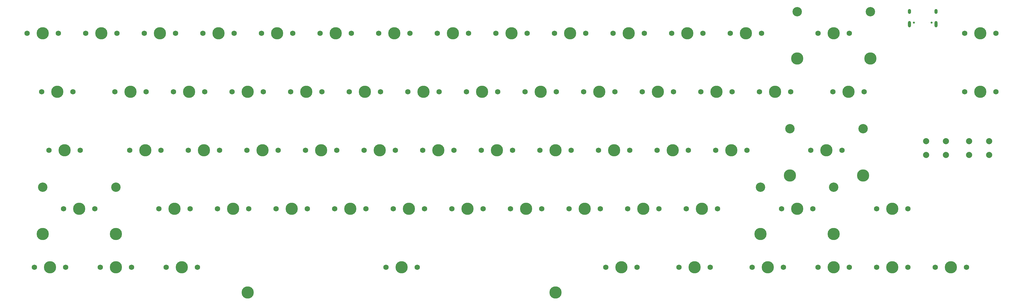
<source format=gbr>
%TF.GenerationSoftware,KiCad,Pcbnew,8.0.2*%
%TF.CreationDate,2024-06-13T00:17:43-07:00*%
%TF.ProjectId,keyboard_pcb,6b657962-6f61-4726-945f-7063622e6b69,1.0*%
%TF.SameCoordinates,Original*%
%TF.FileFunction,Soldermask,Top*%
%TF.FilePolarity,Negative*%
%FSLAX46Y46*%
G04 Gerber Fmt 4.6, Leading zero omitted, Abs format (unit mm)*
G04 Created by KiCad (PCBNEW 8.0.2) date 2024-06-13 00:17:43*
%MOMM*%
%LPD*%
G01*
G04 APERTURE LIST*
%ADD10C,1.750000*%
%ADD11C,3.987800*%
%ADD12C,3.048000*%
%ADD13C,2.000000*%
%ADD14C,0.650000*%
%ADD15O,1.000000X1.600000*%
%ADD16O,1.000000X2.100000*%
G04 APERTURE END LIST*
D10*
%TO.C,MX11*%
X242623965Y-96897866D03*
D11*
X247703965Y-96897866D03*
D10*
X252783965Y-96897866D03*
%TD*%
%TO.C,MX18*%
X99748965Y-115947866D03*
D11*
X104828965Y-115947866D03*
D10*
X109908965Y-115947866D03*
%TD*%
%TO.C,MX8*%
X185473965Y-96897866D03*
D11*
X190553965Y-96897866D03*
D10*
X195633965Y-96897866D03*
%TD*%
%TO.C,MX65*%
X328348965Y-173097866D03*
D11*
X333428965Y-173097866D03*
D10*
X338508965Y-173097866D03*
%TD*%
D12*
%TO.C,S1*%
X302472715Y-89912866D03*
D11*
X302472715Y-105152866D03*
D12*
X326285215Y-89912866D03*
D11*
X326285215Y-105152866D03*
%TD*%
D10*
%TO.C,MX29*%
X314061465Y-115947866D03*
D11*
X319141465Y-115947866D03*
D10*
X324221465Y-115947866D03*
%TD*%
%TO.C,MX14*%
X309298965Y-96897866D03*
D11*
X314378965Y-96897866D03*
D10*
X319458965Y-96897866D03*
%TD*%
%TO.C,MX43*%
X306917715Y-134997866D03*
D11*
X311997715Y-134997866D03*
D10*
X317077715Y-134997866D03*
%TD*%
%TO.C,MX48*%
X152136465Y-154047866D03*
D11*
X157216465Y-154047866D03*
D10*
X162296465Y-154047866D03*
%TD*%
D12*
%TO.C,S4*%
X290566465Y-147062866D03*
D11*
X290566465Y-162302866D03*
D12*
X314378965Y-147062866D03*
D11*
X314378965Y-162302866D03*
%TD*%
D10*
%TO.C,MX15*%
X356923965Y-96897866D03*
D11*
X362003965Y-96897866D03*
D10*
X367083965Y-96897866D03*
%TD*%
%TO.C,MX49*%
X171186465Y-154047866D03*
D11*
X176266465Y-154047866D03*
D10*
X181346465Y-154047866D03*
%TD*%
%TO.C,MX59*%
X97367715Y-173097866D03*
D11*
X102447715Y-173097866D03*
D10*
X107527715Y-173097866D03*
%TD*%
%TO.C,MX3*%
X90223965Y-96897866D03*
D11*
X95303965Y-96897866D03*
D10*
X100383965Y-96897866D03*
%TD*%
D11*
%TO.C,S5*%
X123878965Y-181352866D03*
X223891465Y-181352866D03*
%TD*%
D10*
%TO.C,MX55*%
X297392715Y-154047866D03*
D11*
X302472715Y-154047866D03*
D10*
X307552715Y-154047866D03*
%TD*%
%TO.C,MX27*%
X271198965Y-115947866D03*
D11*
X276278965Y-115947866D03*
D10*
X281358965Y-115947866D03*
%TD*%
%TO.C,MX50*%
X190236465Y-154047866D03*
D11*
X195316465Y-154047866D03*
D10*
X200396465Y-154047866D03*
%TD*%
%TO.C,MX25*%
X233098965Y-115947866D03*
D11*
X238178965Y-115947866D03*
D10*
X243258965Y-115947866D03*
%TD*%
%TO.C,MX7*%
X166423965Y-96897866D03*
D11*
X171503965Y-96897866D03*
D10*
X176583965Y-96897866D03*
%TD*%
%TO.C,MX61*%
X240242715Y-173097866D03*
D11*
X245322715Y-173097866D03*
D10*
X250402715Y-173097866D03*
%TD*%
%TO.C,MX36*%
X161661465Y-134997866D03*
D11*
X166741465Y-134997866D03*
D10*
X171821465Y-134997866D03*
%TD*%
%TO.C,MX1*%
X52123965Y-96897866D03*
D11*
X57203965Y-96897866D03*
D10*
X62283965Y-96897866D03*
%TD*%
%TO.C,MX35*%
X142611465Y-134997866D03*
D11*
X147691465Y-134997866D03*
D10*
X152771465Y-134997866D03*
%TD*%
%TO.C,MX52*%
X228336465Y-154047866D03*
D11*
X233416465Y-154047866D03*
D10*
X238496465Y-154047866D03*
%TD*%
D12*
%TO.C,S2*%
X300091465Y-128012866D03*
D11*
X300091465Y-143252866D03*
D12*
X323903965Y-128012866D03*
D11*
X323903965Y-143252866D03*
%TD*%
D10*
%TO.C,MX20*%
X137848965Y-115947866D03*
D11*
X142928965Y-115947866D03*
D10*
X148008965Y-115947866D03*
%TD*%
%TO.C,MX31*%
X59267715Y-134997866D03*
D11*
X64347715Y-134997866D03*
D10*
X69427715Y-134997866D03*
%TD*%
%TO.C,MX4*%
X109273965Y-96897866D03*
D11*
X114353965Y-96897866D03*
D10*
X119433965Y-96897866D03*
%TD*%
%TO.C,MX19*%
X118798965Y-115947866D03*
D11*
X123878965Y-115947866D03*
D10*
X128958965Y-115947866D03*
%TD*%
%TO.C,MX34*%
X123561465Y-134997866D03*
D11*
X128641465Y-134997866D03*
D10*
X133721465Y-134997866D03*
%TD*%
%TO.C,MX46*%
X114036465Y-154047866D03*
D11*
X119116465Y-154047866D03*
D10*
X124196465Y-154047866D03*
%TD*%
%TO.C,MX53*%
X247386465Y-154047866D03*
D11*
X252466465Y-154047866D03*
D10*
X257546465Y-154047866D03*
%TD*%
%TO.C,MX16*%
X56886465Y-115947866D03*
D11*
X61966465Y-115947866D03*
D10*
X67046465Y-115947866D03*
%TD*%
%TO.C,MX38*%
X199761465Y-134997866D03*
D11*
X204841465Y-134997866D03*
D10*
X209921465Y-134997866D03*
%TD*%
%TO.C,MX64*%
X309298965Y-173097866D03*
D11*
X314378965Y-173097866D03*
D10*
X319458965Y-173097866D03*
%TD*%
%TO.C,MX41*%
X256911465Y-134997866D03*
D11*
X261991465Y-134997866D03*
D10*
X267071465Y-134997866D03*
%TD*%
%TO.C,MX21*%
X156898965Y-115947866D03*
D11*
X161978965Y-115947866D03*
D10*
X167058965Y-115947866D03*
%TD*%
%TO.C,MX56*%
X328348965Y-154047866D03*
D11*
X333428965Y-154047866D03*
D10*
X338508965Y-154047866D03*
%TD*%
%TO.C,MX23*%
X194998965Y-115947866D03*
D11*
X200078965Y-115947866D03*
D10*
X205158965Y-115947866D03*
%TD*%
%TO.C,MX51*%
X209286465Y-154047866D03*
D11*
X214366465Y-154047866D03*
D10*
X219446465Y-154047866D03*
%TD*%
%TO.C,MX58*%
X75936465Y-173097866D03*
D11*
X81016465Y-173097866D03*
D10*
X86096465Y-173097866D03*
%TD*%
%TO.C,MX40*%
X237861465Y-134997866D03*
D11*
X242941465Y-134997866D03*
D10*
X248021465Y-134997866D03*
%TD*%
%TO.C,MX32*%
X85461465Y-134997866D03*
D11*
X90541465Y-134997866D03*
D10*
X95621465Y-134997866D03*
%TD*%
%TO.C,MX5*%
X128323965Y-96897866D03*
D11*
X133403965Y-96897866D03*
D10*
X138483965Y-96897866D03*
%TD*%
%TO.C,MX10*%
X223573965Y-96897866D03*
D11*
X228653965Y-96897866D03*
D10*
X233733965Y-96897866D03*
%TD*%
%TO.C,MX66*%
X347398965Y-173097866D03*
D11*
X352478965Y-173097866D03*
D10*
X357558965Y-173097866D03*
%TD*%
%TO.C,MX33*%
X104511465Y-134997866D03*
D11*
X109591465Y-134997866D03*
D10*
X114671465Y-134997866D03*
%TD*%
%TO.C,MX44*%
X64030215Y-154047866D03*
D11*
X69110215Y-154047866D03*
D10*
X74190215Y-154047866D03*
%TD*%
%TO.C,MX30*%
X356923965Y-115947866D03*
D11*
X362003965Y-115947866D03*
D10*
X367083965Y-115947866D03*
%TD*%
%TO.C,MX12*%
X261673965Y-96897866D03*
D11*
X266753965Y-96897866D03*
D10*
X271833965Y-96897866D03*
%TD*%
D12*
%TO.C,S3*%
X57203965Y-147062866D03*
D11*
X57203965Y-162302866D03*
D12*
X81016465Y-147062866D03*
D11*
X81016465Y-162302866D03*
%TD*%
D10*
%TO.C,MX63*%
X287867715Y-173097866D03*
D11*
X292947715Y-173097866D03*
D10*
X298027715Y-173097866D03*
%TD*%
%TO.C,MX6*%
X147373965Y-96897866D03*
D11*
X152453965Y-96897866D03*
D10*
X157533965Y-96897866D03*
%TD*%
%TO.C,MX17*%
X80698965Y-115947866D03*
D11*
X85778965Y-115947866D03*
D10*
X90858965Y-115947866D03*
%TD*%
%TO.C,MX54*%
X266436465Y-154047866D03*
D11*
X271516465Y-154047866D03*
D10*
X276596465Y-154047866D03*
%TD*%
%TO.C,MX26*%
X252148965Y-115947866D03*
D11*
X257228965Y-115947866D03*
D10*
X262308965Y-115947866D03*
%TD*%
%TO.C,MX22*%
X175948965Y-115947866D03*
D11*
X181028965Y-115947866D03*
D10*
X186108965Y-115947866D03*
%TD*%
%TO.C,MX47*%
X133086465Y-154047866D03*
D11*
X138166465Y-154047866D03*
D10*
X143246465Y-154047866D03*
%TD*%
%TO.C,MX13*%
X280723965Y-96897866D03*
D11*
X285803965Y-96897866D03*
D10*
X290883965Y-96897866D03*
%TD*%
%TO.C,MX62*%
X264055215Y-173097866D03*
D11*
X269135215Y-173097866D03*
D10*
X274215215Y-173097866D03*
%TD*%
%TO.C,MX60*%
X168805215Y-173097866D03*
D11*
X173885215Y-173097866D03*
D10*
X178965215Y-173097866D03*
%TD*%
%TO.C,MX28*%
X290248965Y-115947866D03*
D11*
X295328965Y-115947866D03*
D10*
X300408965Y-115947866D03*
%TD*%
%TO.C,MX45*%
X94986465Y-154047866D03*
D11*
X100066465Y-154047866D03*
D10*
X105146465Y-154047866D03*
%TD*%
%TO.C,MX2*%
X71173965Y-96897866D03*
D11*
X76253965Y-96897866D03*
D10*
X81333965Y-96897866D03*
%TD*%
%TO.C,MX24*%
X214048965Y-115947866D03*
D11*
X219128965Y-115947866D03*
D10*
X224208965Y-115947866D03*
%TD*%
%TO.C,MX9*%
X204523965Y-96897866D03*
D11*
X209603965Y-96897866D03*
D10*
X214683965Y-96897866D03*
%TD*%
%TO.C,MX57*%
X54505215Y-173097866D03*
D11*
X59585215Y-173097866D03*
D10*
X64665215Y-173097866D03*
%TD*%
%TO.C,MX42*%
X275961465Y-134997866D03*
D11*
X281041465Y-134997866D03*
D10*
X286121465Y-134997866D03*
%TD*%
%TO.C,MX37*%
X180711465Y-134997866D03*
D11*
X185791465Y-134997866D03*
D10*
X190871465Y-134997866D03*
%TD*%
%TO.C,MX39*%
X218811465Y-134997866D03*
D11*
X223891465Y-134997866D03*
D10*
X228971465Y-134997866D03*
%TD*%
D13*
%TO.C,SW2*%
X364866465Y-132010366D03*
X358366465Y-132010366D03*
X364866465Y-136510366D03*
X358366465Y-136510366D03*
%TD*%
%TO.C,SW1*%
X350866465Y-132060366D03*
X344366465Y-132060366D03*
X350866465Y-136560366D03*
X344366465Y-136560366D03*
%TD*%
D14*
%TO.C,J1*%
X340415215Y-93404116D03*
X346195215Y-93404116D03*
D15*
X338985215Y-89754116D03*
D16*
X338985215Y-93934116D03*
D15*
X347625215Y-89754116D03*
D16*
X347625215Y-93934116D03*
%TD*%
M02*

</source>
